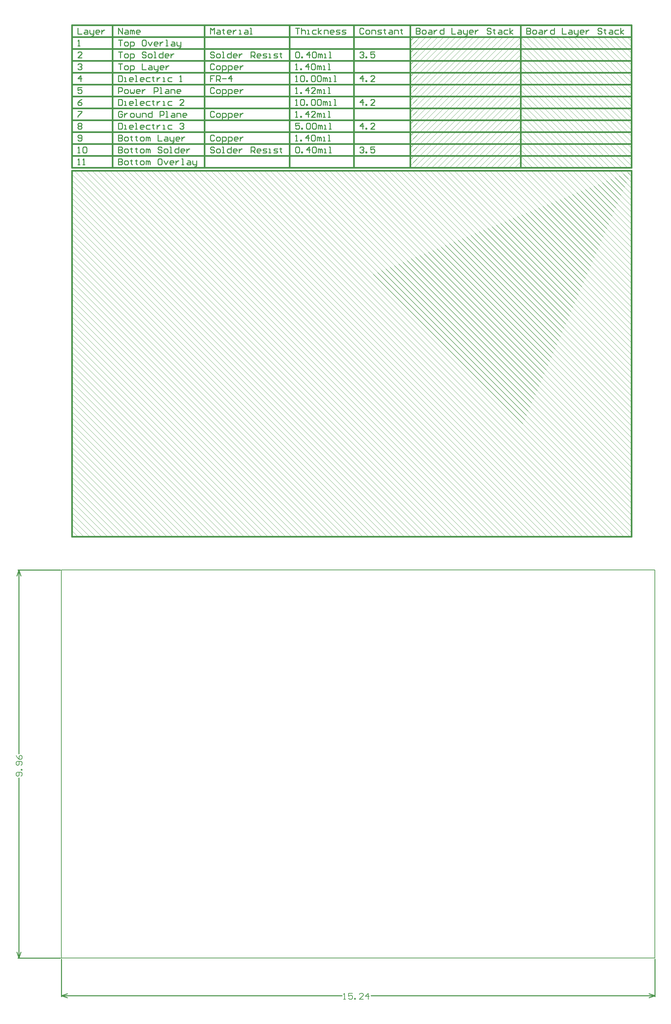
<source format=gm1>
G04 Layer_Color=16711935*
%FSLAX23Y23*%
%MOIN*%
G70*
G01*
G75*
%ADD31C,0.010*%
%ADD34C,0.015*%
%ADD118C,0.001*%
%ADD119C,0.006*%
D31*
X-440Y3920D02*
X-10D01*
X-440Y0D02*
X-10D01*
X-430Y2065D02*
Y3920D01*
Y0D02*
Y1823D01*
X-450Y3860D02*
X-430Y3920D01*
X-410Y3860D01*
X-430Y0D02*
X-410Y60D01*
X-450D02*
X-430Y0D01*
X6000Y-390D02*
Y-10D01*
X0Y-390D02*
Y-10D01*
X3130Y-380D02*
X6000D01*
X0D02*
X2838D01*
X5940Y-360D02*
X6000Y-380D01*
X5940Y-400D02*
X6000Y-380D01*
X0D02*
X60Y-400D01*
X0Y-380D02*
X60Y-360D01*
X4706Y9394D02*
Y9334D01*
X4736D01*
X4746Y9344D01*
Y9354D01*
X4736Y9364D01*
X4706D01*
X4736D01*
X4746Y9374D01*
Y9384D01*
X4736Y9394D01*
X4706D01*
X4776Y9334D02*
X4796D01*
X4806Y9344D01*
Y9364D01*
X4796Y9374D01*
X4776D01*
X4766Y9364D01*
Y9344D01*
X4776Y9334D01*
X4836Y9374D02*
X4856D01*
X4866Y9364D01*
Y9334D01*
X4836D01*
X4826Y9344D01*
X4836Y9354D01*
X4866D01*
X4886Y9374D02*
Y9334D01*
Y9354D01*
X4896Y9364D01*
X4906Y9374D01*
X4916D01*
X4986Y9394D02*
Y9334D01*
X4956D01*
X4946Y9344D01*
Y9364D01*
X4956Y9374D01*
X4986D01*
X5066Y9394D02*
Y9334D01*
X5106D01*
X5136Y9374D02*
X5156D01*
X5166Y9364D01*
Y9334D01*
X5136D01*
X5126Y9344D01*
X5136Y9354D01*
X5166D01*
X5186Y9374D02*
Y9344D01*
X5196Y9334D01*
X5226D01*
Y9324D01*
X5216Y9314D01*
X5206D01*
X5226Y9334D02*
Y9374D01*
X5276Y9334D02*
X5256D01*
X5246Y9344D01*
Y9364D01*
X5256Y9374D01*
X5276D01*
X5286Y9364D01*
Y9354D01*
X5246D01*
X5306Y9374D02*
Y9334D01*
Y9354D01*
X5316Y9364D01*
X5326Y9374D01*
X5336D01*
X5466Y9384D02*
X5456Y9394D01*
X5436D01*
X5426Y9384D01*
Y9374D01*
X5436Y9364D01*
X5456D01*
X5466Y9354D01*
Y9344D01*
X5456Y9334D01*
X5436D01*
X5426Y9344D01*
X5496Y9384D02*
Y9374D01*
X5486D01*
X5506D01*
X5496D01*
Y9344D01*
X5506Y9334D01*
X5546Y9374D02*
X5566D01*
X5576Y9364D01*
Y9334D01*
X5546D01*
X5536Y9344D01*
X5546Y9354D01*
X5576D01*
X5636Y9374D02*
X5606D01*
X5596Y9364D01*
Y9344D01*
X5606Y9334D01*
X5636D01*
X5656D02*
Y9394D01*
Y9354D02*
X5686Y9374D01*
X5656Y9354D02*
X5686Y9334D01*
X3587Y9394D02*
Y9334D01*
X3617D01*
X3627Y9344D01*
Y9354D01*
X3617Y9364D01*
X3587D01*
X3617D01*
X3627Y9374D01*
Y9384D01*
X3617Y9394D01*
X3587D01*
X3657Y9334D02*
X3677D01*
X3687Y9344D01*
Y9364D01*
X3677Y9374D01*
X3657D01*
X3647Y9364D01*
Y9344D01*
X3657Y9334D01*
X3717Y9374D02*
X3737D01*
X3747Y9364D01*
Y9334D01*
X3717D01*
X3707Y9344D01*
X3717Y9354D01*
X3747D01*
X3767Y9374D02*
Y9334D01*
Y9354D01*
X3777Y9364D01*
X3787Y9374D01*
X3797D01*
X3867Y9394D02*
Y9334D01*
X3837D01*
X3827Y9344D01*
Y9364D01*
X3837Y9374D01*
X3867D01*
X3947Y9394D02*
Y9334D01*
X3986D01*
X4016Y9374D02*
X4036D01*
X4046Y9364D01*
Y9334D01*
X4016D01*
X4006Y9344D01*
X4016Y9354D01*
X4046D01*
X4066Y9374D02*
Y9344D01*
X4076Y9334D01*
X4106D01*
Y9324D01*
X4096Y9314D01*
X4086D01*
X4106Y9334D02*
Y9374D01*
X4156Y9334D02*
X4136D01*
X4126Y9344D01*
Y9364D01*
X4136Y9374D01*
X4156D01*
X4166Y9364D01*
Y9354D01*
X4126D01*
X4186Y9374D02*
Y9334D01*
Y9354D01*
X4196Y9364D01*
X4206Y9374D01*
X4216D01*
X4346Y9384D02*
X4336Y9394D01*
X4316D01*
X4306Y9384D01*
Y9374D01*
X4316Y9364D01*
X4336D01*
X4346Y9354D01*
Y9344D01*
X4336Y9334D01*
X4316D01*
X4306Y9344D01*
X4376Y9384D02*
Y9374D01*
X4366D01*
X4386D01*
X4376D01*
Y9344D01*
X4386Y9334D01*
X4426Y9374D02*
X4446D01*
X4456Y9364D01*
Y9334D01*
X4426D01*
X4416Y9344D01*
X4426Y9354D01*
X4456D01*
X4516Y9374D02*
X4486D01*
X4476Y9364D01*
Y9344D01*
X4486Y9334D01*
X4516D01*
X4536D02*
Y9394D01*
Y9354D02*
X4566Y9374D01*
X4536Y9354D02*
X4566Y9334D01*
X3017Y9144D02*
X3027Y9154D01*
X3047D01*
X3057Y9144D01*
Y9134D01*
X3047Y9124D01*
X3037D01*
X3047D01*
X3057Y9114D01*
Y9104D01*
X3047Y9094D01*
X3027D01*
X3017Y9104D01*
X3077Y9094D02*
Y9104D01*
X3087D01*
Y9094D01*
X3077D01*
X3167Y9154D02*
X3127D01*
Y9124D01*
X3147Y9134D01*
X3157D01*
X3167Y9124D01*
Y9104D01*
X3157Y9094D01*
X3137D01*
X3127Y9104D01*
X3047Y8854D02*
Y8914D01*
X3017Y8884D01*
X3057D01*
X3077Y8854D02*
Y8864D01*
X3087D01*
Y8854D01*
X3077D01*
X3167D02*
X3127D01*
X3167Y8894D01*
Y8904D01*
X3157Y8914D01*
X3137D01*
X3127Y8904D01*
X3047Y8614D02*
Y8674D01*
X3017Y8644D01*
X3057D01*
X3077Y8614D02*
Y8624D01*
X3087D01*
Y8614D01*
X3077D01*
X3167D02*
X3127D01*
X3167Y8654D01*
Y8664D01*
X3157Y8674D01*
X3137D01*
X3127Y8664D01*
X3047Y8374D02*
Y8434D01*
X3017Y8404D01*
X3057D01*
X3077Y8374D02*
Y8384D01*
X3087D01*
Y8374D01*
X3077D01*
X3167D02*
X3127D01*
X3167Y8414D01*
Y8424D01*
X3157Y8434D01*
X3137D01*
X3127Y8424D01*
X3017Y8184D02*
X3027Y8194D01*
X3047D01*
X3057Y8184D01*
Y8174D01*
X3047Y8164D01*
X3037D01*
X3047D01*
X3057Y8154D01*
Y8144D01*
X3047Y8134D01*
X3027D01*
X3017Y8144D01*
X3077Y8134D02*
Y8144D01*
X3087D01*
Y8134D01*
X3077D01*
X3167Y8194D02*
X3127D01*
Y8164D01*
X3147Y8174D01*
X3157D01*
X3167Y8164D01*
Y8144D01*
X3157Y8134D01*
X3137D01*
X3127Y8144D01*
X3057Y9384D02*
X3047Y9394D01*
X3027D01*
X3017Y9384D01*
Y9344D01*
X3027Y9334D01*
X3047D01*
X3057Y9344D01*
X3087Y9334D02*
X3107D01*
X3117Y9344D01*
Y9364D01*
X3107Y9374D01*
X3087D01*
X3077Y9364D01*
Y9344D01*
X3087Y9334D01*
X3137D02*
Y9374D01*
X3167D01*
X3177Y9364D01*
Y9334D01*
X3197D02*
X3227D01*
X3237Y9344D01*
X3227Y9354D01*
X3207D01*
X3197Y9364D01*
X3207Y9374D01*
X3237D01*
X3267Y9384D02*
Y9374D01*
X3257D01*
X3277D01*
X3267D01*
Y9344D01*
X3277Y9334D01*
X3317Y9374D02*
X3337D01*
X3347Y9364D01*
Y9334D01*
X3317D01*
X3307Y9344D01*
X3317Y9354D01*
X3347D01*
X3367Y9334D02*
Y9374D01*
X3397D01*
X3407Y9364D01*
Y9334D01*
X3437Y9384D02*
Y9374D01*
X3427D01*
X3447D01*
X3437D01*
Y9344D01*
X3447Y9334D01*
X2367Y9144D02*
X2377Y9154D01*
X2397D01*
X2407Y9144D01*
Y9104D01*
X2397Y9094D01*
X2377D01*
X2367Y9104D01*
Y9144D01*
X2427Y9094D02*
Y9104D01*
X2437D01*
Y9094D01*
X2427D01*
X2507D02*
Y9154D01*
X2477Y9124D01*
X2517D01*
X2537Y9144D02*
X2547Y9154D01*
X2567D01*
X2577Y9144D01*
Y9104D01*
X2567Y9094D01*
X2547D01*
X2537Y9104D01*
Y9144D01*
X2597Y9094D02*
Y9134D01*
X2607D01*
X2617Y9124D01*
Y9094D01*
Y9124D01*
X2627Y9134D01*
X2637Y9124D01*
Y9094D01*
X2657D02*
X2677D01*
X2667D01*
Y9134D01*
X2657D01*
X2707Y9094D02*
X2727D01*
X2717D01*
Y9154D01*
X2707D01*
X2367Y8974D02*
X2387D01*
X2377D01*
Y9034D01*
X2367Y9024D01*
X2417Y8974D02*
Y8984D01*
X2427D01*
Y8974D01*
X2417D01*
X2497D02*
Y9034D01*
X2467Y9004D01*
X2507D01*
X2527Y9024D02*
X2537Y9034D01*
X2557D01*
X2567Y9024D01*
Y8984D01*
X2557Y8974D01*
X2537D01*
X2527Y8984D01*
Y9024D01*
X2587Y8974D02*
Y9014D01*
X2597D01*
X2607Y9004D01*
Y8974D01*
Y9004D01*
X2617Y9014D01*
X2627Y9004D01*
Y8974D01*
X2647D02*
X2667D01*
X2657D01*
Y9014D01*
X2647D01*
X2697Y8974D02*
X2717D01*
X2707D01*
Y9034D01*
X2697D01*
X2367Y8854D02*
X2387D01*
X2377D01*
Y8914D01*
X2367Y8904D01*
X2417D02*
X2427Y8914D01*
X2447D01*
X2457Y8904D01*
Y8864D01*
X2447Y8854D01*
X2427D01*
X2417Y8864D01*
Y8904D01*
X2477Y8854D02*
Y8864D01*
X2487D01*
Y8854D01*
X2477D01*
X2527Y8904D02*
X2537Y8914D01*
X2557D01*
X2567Y8904D01*
Y8864D01*
X2557Y8854D01*
X2537D01*
X2527Y8864D01*
Y8904D01*
X2587D02*
X2597Y8914D01*
X2617D01*
X2627Y8904D01*
Y8864D01*
X2617Y8854D01*
X2597D01*
X2587Y8864D01*
Y8904D01*
X2647Y8854D02*
Y8894D01*
X2657D01*
X2667Y8884D01*
Y8854D01*
Y8884D01*
X2677Y8894D01*
X2687Y8884D01*
Y8854D01*
X2707D02*
X2727D01*
X2717D01*
Y8894D01*
X2707D01*
X2757Y8854D02*
X2777D01*
X2767D01*
Y8914D01*
X2757D01*
X2367Y8734D02*
X2387D01*
X2377D01*
Y8794D01*
X2367Y8784D01*
X2417Y8734D02*
Y8744D01*
X2427D01*
Y8734D01*
X2417D01*
X2497D02*
Y8794D01*
X2467Y8764D01*
X2507D01*
X2567Y8734D02*
X2527D01*
X2567Y8774D01*
Y8784D01*
X2557Y8794D01*
X2537D01*
X2527Y8784D01*
X2587Y8734D02*
Y8774D01*
X2597D01*
X2607Y8764D01*
Y8734D01*
Y8764D01*
X2617Y8774D01*
X2627Y8764D01*
Y8734D01*
X2647D02*
X2667D01*
X2657D01*
Y8774D01*
X2647D01*
X2697Y8734D02*
X2717D01*
X2707D01*
Y8794D01*
X2697D01*
X2367Y8614D02*
X2387D01*
X2377D01*
Y8674D01*
X2367Y8664D01*
X2417D02*
X2427Y8674D01*
X2447D01*
X2457Y8664D01*
Y8624D01*
X2447Y8614D01*
X2427D01*
X2417Y8624D01*
Y8664D01*
X2477Y8614D02*
Y8624D01*
X2487D01*
Y8614D01*
X2477D01*
X2527Y8664D02*
X2537Y8674D01*
X2557D01*
X2567Y8664D01*
Y8624D01*
X2557Y8614D01*
X2537D01*
X2527Y8624D01*
Y8664D01*
X2587D02*
X2597Y8674D01*
X2617D01*
X2627Y8664D01*
Y8624D01*
X2617Y8614D01*
X2597D01*
X2587Y8624D01*
Y8664D01*
X2647Y8614D02*
Y8654D01*
X2657D01*
X2667Y8644D01*
Y8614D01*
Y8644D01*
X2677Y8654D01*
X2687Y8644D01*
Y8614D01*
X2707D02*
X2727D01*
X2717D01*
Y8654D01*
X2707D01*
X2757Y8614D02*
X2777D01*
X2767D01*
Y8674D01*
X2757D01*
X2367Y8494D02*
X2387D01*
X2377D01*
Y8554D01*
X2367Y8544D01*
X2417Y8494D02*
Y8504D01*
X2427D01*
Y8494D01*
X2417D01*
X2497D02*
Y8554D01*
X2467Y8524D01*
X2507D01*
X2567Y8494D02*
X2527D01*
X2567Y8534D01*
Y8544D01*
X2557Y8554D01*
X2537D01*
X2527Y8544D01*
X2587Y8494D02*
Y8534D01*
X2597D01*
X2607Y8524D01*
Y8494D01*
Y8524D01*
X2617Y8534D01*
X2627Y8524D01*
Y8494D01*
X2647D02*
X2667D01*
X2657D01*
Y8534D01*
X2647D01*
X2697Y8494D02*
X2717D01*
X2707D01*
Y8554D01*
X2697D01*
X2407Y8434D02*
X2367D01*
Y8404D01*
X2387Y8414D01*
X2397D01*
X2407Y8404D01*
Y8384D01*
X2397Y8374D01*
X2377D01*
X2367Y8384D01*
X2427Y8374D02*
Y8384D01*
X2437D01*
Y8374D01*
X2427D01*
X2477Y8424D02*
X2487Y8434D01*
X2507D01*
X2517Y8424D01*
Y8384D01*
X2507Y8374D01*
X2487D01*
X2477Y8384D01*
Y8424D01*
X2537D02*
X2547Y8434D01*
X2567D01*
X2577Y8424D01*
Y8384D01*
X2567Y8374D01*
X2547D01*
X2537Y8384D01*
Y8424D01*
X2597Y8374D02*
Y8414D01*
X2607D01*
X2617Y8404D01*
Y8374D01*
Y8404D01*
X2627Y8414D01*
X2637Y8404D01*
Y8374D01*
X2657D02*
X2677D01*
X2667D01*
Y8414D01*
X2657D01*
X2707Y8374D02*
X2727D01*
X2717D01*
Y8434D01*
X2707D01*
X2367Y8254D02*
X2387D01*
X2377D01*
Y8314D01*
X2367Y8304D01*
X2417Y8254D02*
Y8264D01*
X2427D01*
Y8254D01*
X2417D01*
X2497D02*
Y8314D01*
X2467Y8284D01*
X2507D01*
X2527Y8304D02*
X2537Y8314D01*
X2557D01*
X2567Y8304D01*
Y8264D01*
X2557Y8254D01*
X2537D01*
X2527Y8264D01*
Y8304D01*
X2587Y8254D02*
Y8294D01*
X2597D01*
X2607Y8284D01*
Y8254D01*
Y8284D01*
X2617Y8294D01*
X2627Y8284D01*
Y8254D01*
X2647D02*
X2667D01*
X2657D01*
Y8294D01*
X2647D01*
X2697Y8254D02*
X2717D01*
X2707D01*
Y8314D01*
X2697D01*
X2367Y8184D02*
X2377Y8194D01*
X2397D01*
X2407Y8184D01*
Y8144D01*
X2397Y8134D01*
X2377D01*
X2367Y8144D01*
Y8184D01*
X2427Y8134D02*
Y8144D01*
X2437D01*
Y8134D01*
X2427D01*
X2507D02*
Y8194D01*
X2477Y8164D01*
X2517D01*
X2537Y8184D02*
X2547Y8194D01*
X2567D01*
X2577Y8184D01*
Y8144D01*
X2567Y8134D01*
X2547D01*
X2537Y8144D01*
Y8184D01*
X2597Y8134D02*
Y8174D01*
X2607D01*
X2617Y8164D01*
Y8134D01*
Y8164D01*
X2627Y8174D01*
X2637Y8164D01*
Y8134D01*
X2657D02*
X2677D01*
X2667D01*
Y8174D01*
X2657D01*
X2707Y8134D02*
X2727D01*
X2717D01*
Y8194D01*
X2707D01*
X2367Y9394D02*
X2407D01*
X2387D01*
Y9334D01*
X2427Y9394D02*
Y9334D01*
Y9364D01*
X2437Y9374D01*
X2457D01*
X2467Y9364D01*
Y9334D01*
X2487D02*
X2507D01*
X2497D01*
Y9374D01*
X2487D01*
X2577D02*
X2547D01*
X2537Y9364D01*
Y9344D01*
X2547Y9334D01*
X2577D01*
X2597D02*
Y9394D01*
Y9354D02*
X2627Y9374D01*
X2597Y9354D02*
X2627Y9334D01*
X2657D02*
Y9374D01*
X2687D01*
X2697Y9364D01*
Y9334D01*
X2747D02*
X2727D01*
X2717Y9344D01*
Y9364D01*
X2727Y9374D01*
X2747D01*
X2757Y9364D01*
Y9354D01*
X2717D01*
X2777Y9334D02*
X2807D01*
X2817Y9344D01*
X2807Y9354D01*
X2787D01*
X2777Y9364D01*
X2787Y9374D01*
X2817D01*
X2837Y9334D02*
X2867D01*
X2877Y9344D01*
X2867Y9354D01*
X2847D01*
X2837Y9364D01*
X2847Y9374D01*
X2877D01*
X1547Y9144D02*
X1537Y9154D01*
X1517D01*
X1507Y9144D01*
Y9134D01*
X1517Y9124D01*
X1537D01*
X1547Y9114D01*
Y9104D01*
X1537Y9094D01*
X1517D01*
X1507Y9104D01*
X1577Y9094D02*
X1597D01*
X1607Y9104D01*
Y9124D01*
X1597Y9134D01*
X1577D01*
X1567Y9124D01*
Y9104D01*
X1577Y9094D01*
X1627D02*
X1647D01*
X1637D01*
Y9154D01*
X1627D01*
X1717D02*
Y9094D01*
X1687D01*
X1677Y9104D01*
Y9124D01*
X1687Y9134D01*
X1717D01*
X1767Y9094D02*
X1747D01*
X1737Y9104D01*
Y9124D01*
X1747Y9134D01*
X1767D01*
X1777Y9124D01*
Y9114D01*
X1737D01*
X1797Y9134D02*
Y9094D01*
Y9114D01*
X1807Y9124D01*
X1817Y9134D01*
X1827D01*
X1917Y9094D02*
Y9154D01*
X1947D01*
X1957Y9144D01*
Y9124D01*
X1947Y9114D01*
X1917D01*
X1937D02*
X1957Y9094D01*
X2007D02*
X1987D01*
X1977Y9104D01*
Y9124D01*
X1987Y9134D01*
X2007D01*
X2017Y9124D01*
Y9114D01*
X1977D01*
X2037Y9094D02*
X2067D01*
X2077Y9104D01*
X2067Y9114D01*
X2047D01*
X2037Y9124D01*
X2047Y9134D01*
X2077D01*
X2097Y9094D02*
X2117D01*
X2107D01*
Y9134D01*
X2097D01*
X2147Y9094D02*
X2177D01*
X2187Y9104D01*
X2177Y9114D01*
X2157D01*
X2147Y9124D01*
X2157Y9134D01*
X2187D01*
X2217Y9144D02*
Y9134D01*
X2207D01*
X2227D01*
X2217D01*
Y9104D01*
X2227Y9094D01*
X1547Y9024D02*
X1537Y9034D01*
X1517D01*
X1507Y9024D01*
Y8984D01*
X1517Y8974D01*
X1537D01*
X1547Y8984D01*
X1577Y8974D02*
X1597D01*
X1607Y8984D01*
Y9004D01*
X1597Y9014D01*
X1577D01*
X1567Y9004D01*
Y8984D01*
X1577Y8974D01*
X1627Y8954D02*
Y9014D01*
X1657D01*
X1667Y9004D01*
Y8984D01*
X1657Y8974D01*
X1627D01*
X1687Y8954D02*
Y9014D01*
X1717D01*
X1727Y9004D01*
Y8984D01*
X1717Y8974D01*
X1687D01*
X1777D02*
X1757D01*
X1747Y8984D01*
Y9004D01*
X1757Y9014D01*
X1777D01*
X1787Y9004D01*
Y8994D01*
X1747D01*
X1807Y9014D02*
Y8974D01*
Y8994D01*
X1817Y9004D01*
X1827Y9014D01*
X1837D01*
X1547Y8914D02*
X1507D01*
Y8884D01*
X1527D01*
X1507D01*
Y8854D01*
X1567D02*
Y8914D01*
X1597D01*
X1607Y8904D01*
Y8884D01*
X1597Y8874D01*
X1567D01*
X1587D02*
X1607Y8854D01*
X1627Y8884D02*
X1667D01*
X1717Y8854D02*
Y8914D01*
X1687Y8884D01*
X1727D01*
X1547Y8784D02*
X1537Y8794D01*
X1517D01*
X1507Y8784D01*
Y8744D01*
X1517Y8734D01*
X1537D01*
X1547Y8744D01*
X1577Y8734D02*
X1597D01*
X1607Y8744D01*
Y8764D01*
X1597Y8774D01*
X1577D01*
X1567Y8764D01*
Y8744D01*
X1577Y8734D01*
X1627Y8714D02*
Y8774D01*
X1657D01*
X1667Y8764D01*
Y8744D01*
X1657Y8734D01*
X1627D01*
X1687Y8714D02*
Y8774D01*
X1717D01*
X1727Y8764D01*
Y8744D01*
X1717Y8734D01*
X1687D01*
X1777D02*
X1757D01*
X1747Y8744D01*
Y8764D01*
X1757Y8774D01*
X1777D01*
X1787Y8764D01*
Y8754D01*
X1747D01*
X1807Y8774D02*
Y8734D01*
Y8754D01*
X1817Y8764D01*
X1827Y8774D01*
X1837D01*
X1547Y8544D02*
X1537Y8554D01*
X1517D01*
X1507Y8544D01*
Y8504D01*
X1517Y8494D01*
X1537D01*
X1547Y8504D01*
X1577Y8494D02*
X1597D01*
X1607Y8504D01*
Y8524D01*
X1597Y8534D01*
X1577D01*
X1567Y8524D01*
Y8504D01*
X1577Y8494D01*
X1627Y8474D02*
Y8534D01*
X1657D01*
X1667Y8524D01*
Y8504D01*
X1657Y8494D01*
X1627D01*
X1687Y8474D02*
Y8534D01*
X1717D01*
X1727Y8524D01*
Y8504D01*
X1717Y8494D01*
X1687D01*
X1777D02*
X1757D01*
X1747Y8504D01*
Y8524D01*
X1757Y8534D01*
X1777D01*
X1787Y8524D01*
Y8514D01*
X1747D01*
X1807Y8534D02*
Y8494D01*
Y8514D01*
X1817Y8524D01*
X1827Y8534D01*
X1837D01*
X1547Y8304D02*
X1537Y8314D01*
X1517D01*
X1507Y8304D01*
Y8264D01*
X1517Y8254D01*
X1537D01*
X1547Y8264D01*
X1577Y8254D02*
X1597D01*
X1607Y8264D01*
Y8284D01*
X1597Y8294D01*
X1577D01*
X1567Y8284D01*
Y8264D01*
X1577Y8254D01*
X1627Y8234D02*
Y8294D01*
X1657D01*
X1667Y8284D01*
Y8264D01*
X1657Y8254D01*
X1627D01*
X1687Y8234D02*
Y8294D01*
X1717D01*
X1727Y8284D01*
Y8264D01*
X1717Y8254D01*
X1687D01*
X1777D02*
X1757D01*
X1747Y8264D01*
Y8284D01*
X1757Y8294D01*
X1777D01*
X1787Y8284D01*
Y8274D01*
X1747D01*
X1807Y8294D02*
Y8254D01*
Y8274D01*
X1817Y8284D01*
X1827Y8294D01*
X1837D01*
X1547Y8184D02*
X1537Y8194D01*
X1517D01*
X1507Y8184D01*
Y8174D01*
X1517Y8164D01*
X1537D01*
X1547Y8154D01*
Y8144D01*
X1537Y8134D01*
X1517D01*
X1507Y8144D01*
X1577Y8134D02*
X1597D01*
X1607Y8144D01*
Y8164D01*
X1597Y8174D01*
X1577D01*
X1567Y8164D01*
Y8144D01*
X1577Y8134D01*
X1627D02*
X1647D01*
X1637D01*
Y8194D01*
X1627D01*
X1717D02*
Y8134D01*
X1687D01*
X1677Y8144D01*
Y8164D01*
X1687Y8174D01*
X1717D01*
X1767Y8134D02*
X1747D01*
X1737Y8144D01*
Y8164D01*
X1747Y8174D01*
X1767D01*
X1777Y8164D01*
Y8154D01*
X1737D01*
X1797Y8174D02*
Y8134D01*
Y8154D01*
X1807Y8164D01*
X1817Y8174D01*
X1827D01*
X1917Y8134D02*
Y8194D01*
X1947D01*
X1957Y8184D01*
Y8164D01*
X1947Y8154D01*
X1917D01*
X1937D02*
X1957Y8134D01*
X2007D02*
X1987D01*
X1977Y8144D01*
Y8164D01*
X1987Y8174D01*
X2007D01*
X2017Y8164D01*
Y8154D01*
X1977D01*
X2037Y8134D02*
X2067D01*
X2077Y8144D01*
X2067Y8154D01*
X2047D01*
X2037Y8164D01*
X2047Y8174D01*
X2077D01*
X2097Y8134D02*
X2117D01*
X2107D01*
Y8174D01*
X2097D01*
X2147Y8134D02*
X2177D01*
X2187Y8144D01*
X2177Y8154D01*
X2157D01*
X2147Y8164D01*
X2157Y8174D01*
X2187D01*
X2217Y8184D02*
Y8174D01*
X2207D01*
X2227D01*
X2217D01*
Y8144D01*
X2227Y8134D01*
X1507Y9334D02*
Y9394D01*
X1527Y9374D01*
X1547Y9394D01*
Y9334D01*
X1577Y9374D02*
X1597D01*
X1607Y9364D01*
Y9334D01*
X1577D01*
X1567Y9344D01*
X1577Y9354D01*
X1607D01*
X1637Y9384D02*
Y9374D01*
X1627D01*
X1647D01*
X1637D01*
Y9344D01*
X1647Y9334D01*
X1707D02*
X1687D01*
X1677Y9344D01*
Y9364D01*
X1687Y9374D01*
X1707D01*
X1717Y9364D01*
Y9354D01*
X1677D01*
X1737Y9374D02*
Y9334D01*
Y9354D01*
X1747Y9364D01*
X1757Y9374D01*
X1767D01*
X1797Y9334D02*
X1817D01*
X1807D01*
Y9374D01*
X1797D01*
X1857D02*
X1877D01*
X1887Y9364D01*
Y9334D01*
X1857D01*
X1847Y9344D01*
X1857Y9354D01*
X1887D01*
X1907Y9334D02*
X1927D01*
X1917D01*
Y9394D01*
X1907D01*
X577Y9274D02*
X617D01*
X597D01*
Y9214D01*
X647D02*
X667D01*
X677Y9224D01*
Y9244D01*
X667Y9254D01*
X647D01*
X637Y9244D01*
Y9224D01*
X647Y9214D01*
X697Y9194D02*
Y9254D01*
X727D01*
X737Y9244D01*
Y9224D01*
X727Y9214D01*
X697D01*
X847Y9274D02*
X827D01*
X817Y9264D01*
Y9224D01*
X827Y9214D01*
X847D01*
X857Y9224D01*
Y9264D01*
X847Y9274D01*
X877Y9254D02*
X897Y9214D01*
X917Y9254D01*
X967Y9214D02*
X947D01*
X937Y9224D01*
Y9244D01*
X947Y9254D01*
X967D01*
X977Y9244D01*
Y9234D01*
X937D01*
X997Y9254D02*
Y9214D01*
Y9234D01*
X1007Y9244D01*
X1017Y9254D01*
X1027D01*
X1057Y9214D02*
X1077D01*
X1067D01*
Y9274D01*
X1057D01*
X1117Y9254D02*
X1137D01*
X1147Y9244D01*
Y9214D01*
X1117D01*
X1107Y9224D01*
X1117Y9234D01*
X1147D01*
X1167Y9254D02*
Y9224D01*
X1177Y9214D01*
X1207D01*
Y9204D01*
X1197Y9194D01*
X1187D01*
X1207Y9214D02*
Y9254D01*
X577Y9154D02*
X617D01*
X597D01*
Y9094D01*
X647D02*
X667D01*
X677Y9104D01*
Y9124D01*
X667Y9134D01*
X647D01*
X637Y9124D01*
Y9104D01*
X647Y9094D01*
X697Y9074D02*
Y9134D01*
X727D01*
X737Y9124D01*
Y9104D01*
X727Y9094D01*
X697D01*
X857Y9144D02*
X847Y9154D01*
X827D01*
X817Y9144D01*
Y9134D01*
X827Y9124D01*
X847D01*
X857Y9114D01*
Y9104D01*
X847Y9094D01*
X827D01*
X817Y9104D01*
X887Y9094D02*
X907D01*
X917Y9104D01*
Y9124D01*
X907Y9134D01*
X887D01*
X877Y9124D01*
Y9104D01*
X887Y9094D01*
X937D02*
X957D01*
X947D01*
Y9154D01*
X937D01*
X1027D02*
Y9094D01*
X997D01*
X987Y9104D01*
Y9124D01*
X997Y9134D01*
X1027D01*
X1077Y9094D02*
X1057D01*
X1047Y9104D01*
Y9124D01*
X1057Y9134D01*
X1077D01*
X1087Y9124D01*
Y9114D01*
X1047D01*
X1107Y9134D02*
Y9094D01*
Y9114D01*
X1117Y9124D01*
X1127Y9134D01*
X1137D01*
X577Y9034D02*
X617D01*
X597D01*
Y8974D01*
X647D02*
X667D01*
X677Y8984D01*
Y9004D01*
X667Y9014D01*
X647D01*
X637Y9004D01*
Y8984D01*
X647Y8974D01*
X697Y8954D02*
Y9014D01*
X727D01*
X737Y9004D01*
Y8984D01*
X727Y8974D01*
X697D01*
X817Y9034D02*
Y8974D01*
X857D01*
X887Y9014D02*
X907D01*
X917Y9004D01*
Y8974D01*
X887D01*
X877Y8984D01*
X887Y8994D01*
X917D01*
X937Y9014D02*
Y8984D01*
X947Y8974D01*
X977D01*
Y8964D01*
X967Y8954D01*
X957D01*
X977Y8974D02*
Y9014D01*
X1027Y8974D02*
X1007D01*
X997Y8984D01*
Y9004D01*
X1007Y9014D01*
X1027D01*
X1037Y9004D01*
Y8994D01*
X997D01*
X1057Y9014D02*
Y8974D01*
Y8994D01*
X1067Y9004D01*
X1077Y9014D01*
X1087D01*
X577Y8914D02*
Y8854D01*
X607D01*
X617Y8864D01*
Y8904D01*
X607Y8914D01*
X577D01*
X637Y8854D02*
X657D01*
X647D01*
Y8894D01*
X637D01*
X717Y8854D02*
X697D01*
X687Y8864D01*
Y8884D01*
X697Y8894D01*
X717D01*
X727Y8884D01*
Y8874D01*
X687D01*
X747Y8854D02*
X767D01*
X757D01*
Y8914D01*
X747D01*
X827Y8854D02*
X807D01*
X797Y8864D01*
Y8884D01*
X807Y8894D01*
X827D01*
X837Y8884D01*
Y8874D01*
X797D01*
X897Y8894D02*
X867D01*
X857Y8884D01*
Y8864D01*
X867Y8854D01*
X897D01*
X927Y8904D02*
Y8894D01*
X917D01*
X937D01*
X927D01*
Y8864D01*
X937Y8854D01*
X967Y8894D02*
Y8854D01*
Y8874D01*
X977Y8884D01*
X987Y8894D01*
X997D01*
X1027Y8854D02*
X1047D01*
X1037D01*
Y8894D01*
X1027D01*
X1117D02*
X1087D01*
X1077Y8884D01*
Y8864D01*
X1087Y8854D01*
X1117D01*
X1197D02*
X1217D01*
X1207D01*
Y8914D01*
X1197Y8904D01*
X577Y8734D02*
Y8794D01*
X607D01*
X617Y8784D01*
Y8764D01*
X607Y8754D01*
X577D01*
X647Y8734D02*
X667D01*
X677Y8744D01*
Y8764D01*
X667Y8774D01*
X647D01*
X637Y8764D01*
Y8744D01*
X647Y8734D01*
X697Y8774D02*
Y8744D01*
X707Y8734D01*
X717Y8744D01*
X727Y8734D01*
X737Y8744D01*
Y8774D01*
X787Y8734D02*
X767D01*
X757Y8744D01*
Y8764D01*
X767Y8774D01*
X787D01*
X797Y8764D01*
Y8754D01*
X757D01*
X817Y8774D02*
Y8734D01*
Y8754D01*
X827Y8764D01*
X837Y8774D01*
X847D01*
X937Y8734D02*
Y8794D01*
X967D01*
X977Y8784D01*
Y8764D01*
X967Y8754D01*
X937D01*
X997Y8734D02*
X1017D01*
X1007D01*
Y8794D01*
X997D01*
X1057Y8774D02*
X1077D01*
X1087Y8764D01*
Y8734D01*
X1057D01*
X1047Y8744D01*
X1057Y8754D01*
X1087D01*
X1107Y8734D02*
Y8774D01*
X1137D01*
X1147Y8764D01*
Y8734D01*
X1197D02*
X1177D01*
X1167Y8744D01*
Y8764D01*
X1177Y8774D01*
X1197D01*
X1207Y8764D01*
Y8754D01*
X1167D01*
X577Y8674D02*
Y8614D01*
X607D01*
X617Y8624D01*
Y8664D01*
X607Y8674D01*
X577D01*
X637Y8614D02*
X657D01*
X647D01*
Y8654D01*
X637D01*
X717Y8614D02*
X697D01*
X687Y8624D01*
Y8644D01*
X697Y8654D01*
X717D01*
X727Y8644D01*
Y8634D01*
X687D01*
X747Y8614D02*
X767D01*
X757D01*
Y8674D01*
X747D01*
X827Y8614D02*
X807D01*
X797Y8624D01*
Y8644D01*
X807Y8654D01*
X827D01*
X837Y8644D01*
Y8634D01*
X797D01*
X897Y8654D02*
X867D01*
X857Y8644D01*
Y8624D01*
X867Y8614D01*
X897D01*
X927Y8664D02*
Y8654D01*
X917D01*
X937D01*
X927D01*
Y8624D01*
X937Y8614D01*
X967Y8654D02*
Y8614D01*
Y8634D01*
X977Y8644D01*
X987Y8654D01*
X997D01*
X1027Y8614D02*
X1047D01*
X1037D01*
Y8654D01*
X1027D01*
X1117D02*
X1087D01*
X1077Y8644D01*
Y8624D01*
X1087Y8614D01*
X1117D01*
X1237D02*
X1197D01*
X1237Y8654D01*
Y8664D01*
X1227Y8674D01*
X1207D01*
X1197Y8664D01*
X617Y8544D02*
X607Y8554D01*
X587D01*
X577Y8544D01*
Y8504D01*
X587Y8494D01*
X607D01*
X617Y8504D01*
Y8524D01*
X597D01*
X637Y8534D02*
Y8494D01*
Y8514D01*
X647Y8524D01*
X657Y8534D01*
X667D01*
X707Y8494D02*
X727D01*
X737Y8504D01*
Y8524D01*
X727Y8534D01*
X707D01*
X697Y8524D01*
Y8504D01*
X707Y8494D01*
X757Y8534D02*
Y8504D01*
X767Y8494D01*
X797D01*
Y8534D01*
X817Y8494D02*
Y8534D01*
X847D01*
X857Y8524D01*
Y8494D01*
X917Y8554D02*
Y8494D01*
X887D01*
X877Y8504D01*
Y8524D01*
X887Y8534D01*
X917D01*
X997Y8494D02*
Y8554D01*
X1027D01*
X1037Y8544D01*
Y8524D01*
X1027Y8514D01*
X997D01*
X1057Y8494D02*
X1077D01*
X1067D01*
Y8554D01*
X1057D01*
X1117Y8534D02*
X1137D01*
X1147Y8524D01*
Y8494D01*
X1117D01*
X1107Y8504D01*
X1117Y8514D01*
X1147D01*
X1167Y8494D02*
Y8534D01*
X1197D01*
X1207Y8524D01*
Y8494D01*
X1257D02*
X1237D01*
X1227Y8504D01*
Y8524D01*
X1237Y8534D01*
X1257D01*
X1267Y8524D01*
Y8514D01*
X1227D01*
X577Y8434D02*
Y8374D01*
X607D01*
X617Y8384D01*
Y8424D01*
X607Y8434D01*
X577D01*
X637Y8374D02*
X657D01*
X647D01*
Y8414D01*
X637D01*
X717Y8374D02*
X697D01*
X687Y8384D01*
Y8404D01*
X697Y8414D01*
X717D01*
X727Y8404D01*
Y8394D01*
X687D01*
X747Y8374D02*
X767D01*
X757D01*
Y8434D01*
X747D01*
X827Y8374D02*
X807D01*
X797Y8384D01*
Y8404D01*
X807Y8414D01*
X827D01*
X837Y8404D01*
Y8394D01*
X797D01*
X897Y8414D02*
X867D01*
X857Y8404D01*
Y8384D01*
X867Y8374D01*
X897D01*
X927Y8424D02*
Y8414D01*
X917D01*
X937D01*
X927D01*
Y8384D01*
X937Y8374D01*
X967Y8414D02*
Y8374D01*
Y8394D01*
X977Y8404D01*
X987Y8414D01*
X997D01*
X1027Y8374D02*
X1047D01*
X1037D01*
Y8414D01*
X1027D01*
X1117D02*
X1087D01*
X1077Y8404D01*
Y8384D01*
X1087Y8374D01*
X1117D01*
X1197Y8424D02*
X1207Y8434D01*
X1227D01*
X1237Y8424D01*
Y8414D01*
X1227Y8404D01*
X1217D01*
X1227D01*
X1237Y8394D01*
Y8384D01*
X1227Y8374D01*
X1207D01*
X1197Y8384D01*
X577Y8314D02*
Y8254D01*
X607D01*
X617Y8264D01*
Y8274D01*
X607Y8284D01*
X577D01*
X607D01*
X617Y8294D01*
Y8304D01*
X607Y8314D01*
X577D01*
X647Y8254D02*
X667D01*
X677Y8264D01*
Y8284D01*
X667Y8294D01*
X647D01*
X637Y8284D01*
Y8264D01*
X647Y8254D01*
X707Y8304D02*
Y8294D01*
X697D01*
X717D01*
X707D01*
Y8264D01*
X717Y8254D01*
X757Y8304D02*
Y8294D01*
X747D01*
X767D01*
X757D01*
Y8264D01*
X767Y8254D01*
X807D02*
X827D01*
X837Y8264D01*
Y8284D01*
X827Y8294D01*
X807D01*
X797Y8284D01*
Y8264D01*
X807Y8254D01*
X857D02*
Y8294D01*
X867D01*
X877Y8284D01*
Y8254D01*
Y8284D01*
X887Y8294D01*
X897Y8284D01*
Y8254D01*
X977Y8314D02*
Y8254D01*
X1017D01*
X1047Y8294D02*
X1067D01*
X1077Y8284D01*
Y8254D01*
X1047D01*
X1037Y8264D01*
X1047Y8274D01*
X1077D01*
X1097Y8294D02*
Y8264D01*
X1107Y8254D01*
X1137D01*
Y8244D01*
X1127Y8234D01*
X1117D01*
X1137Y8254D02*
Y8294D01*
X1187Y8254D02*
X1167D01*
X1157Y8264D01*
Y8284D01*
X1167Y8294D01*
X1187D01*
X1197Y8284D01*
Y8274D01*
X1157D01*
X1217Y8294D02*
Y8254D01*
Y8274D01*
X1227Y8284D01*
X1237Y8294D01*
X1247D01*
X577Y8194D02*
Y8134D01*
X607D01*
X617Y8144D01*
Y8154D01*
X607Y8164D01*
X577D01*
X607D01*
X617Y8174D01*
Y8184D01*
X607Y8194D01*
X577D01*
X647Y8134D02*
X667D01*
X677Y8144D01*
Y8164D01*
X667Y8174D01*
X647D01*
X637Y8164D01*
Y8144D01*
X647Y8134D01*
X707Y8184D02*
Y8174D01*
X697D01*
X717D01*
X707D01*
Y8144D01*
X717Y8134D01*
X757Y8184D02*
Y8174D01*
X747D01*
X767D01*
X757D01*
Y8144D01*
X767Y8134D01*
X807D02*
X827D01*
X837Y8144D01*
Y8164D01*
X827Y8174D01*
X807D01*
X797Y8164D01*
Y8144D01*
X807Y8134D01*
X857D02*
Y8174D01*
X867D01*
X877Y8164D01*
Y8134D01*
Y8164D01*
X887Y8174D01*
X897Y8164D01*
Y8134D01*
X1017Y8184D02*
X1007Y8194D01*
X987D01*
X977Y8184D01*
Y8174D01*
X987Y8164D01*
X1007D01*
X1017Y8154D01*
Y8144D01*
X1007Y8134D01*
X987D01*
X977Y8144D01*
X1047Y8134D02*
X1067D01*
X1077Y8144D01*
Y8164D01*
X1067Y8174D01*
X1047D01*
X1037Y8164D01*
Y8144D01*
X1047Y8134D01*
X1097D02*
X1117D01*
X1107D01*
Y8194D01*
X1097D01*
X1187D02*
Y8134D01*
X1157D01*
X1147Y8144D01*
Y8164D01*
X1157Y8174D01*
X1187D01*
X1237Y8134D02*
X1217D01*
X1207Y8144D01*
Y8164D01*
X1217Y8174D01*
X1237D01*
X1247Y8164D01*
Y8154D01*
X1207D01*
X1267Y8174D02*
Y8134D01*
Y8154D01*
X1277Y8164D01*
X1287Y8174D01*
X1297D01*
X577Y8074D02*
Y8014D01*
X607D01*
X617Y8024D01*
Y8034D01*
X607Y8044D01*
X577D01*
X607D01*
X617Y8054D01*
Y8064D01*
X607Y8074D01*
X577D01*
X647Y8014D02*
X667D01*
X677Y8024D01*
Y8044D01*
X667Y8054D01*
X647D01*
X637Y8044D01*
Y8024D01*
X647Y8014D01*
X707Y8064D02*
Y8054D01*
X697D01*
X717D01*
X707D01*
Y8024D01*
X717Y8014D01*
X757Y8064D02*
Y8054D01*
X747D01*
X767D01*
X757D01*
Y8024D01*
X767Y8014D01*
X807D02*
X827D01*
X837Y8024D01*
Y8044D01*
X827Y8054D01*
X807D01*
X797Y8044D01*
Y8024D01*
X807Y8014D01*
X857D02*
Y8054D01*
X867D01*
X877Y8044D01*
Y8014D01*
Y8044D01*
X887Y8054D01*
X897Y8044D01*
Y8014D01*
X1007Y8074D02*
X987D01*
X977Y8064D01*
Y8024D01*
X987Y8014D01*
X1007D01*
X1017Y8024D01*
Y8064D01*
X1007Y8074D01*
X1037Y8054D02*
X1057Y8014D01*
X1077Y8054D01*
X1127Y8014D02*
X1107D01*
X1097Y8024D01*
Y8044D01*
X1107Y8054D01*
X1127D01*
X1137Y8044D01*
Y8034D01*
X1097D01*
X1157Y8054D02*
Y8014D01*
Y8034D01*
X1167Y8044D01*
X1177Y8054D01*
X1187D01*
X1217Y8014D02*
X1237D01*
X1227D01*
Y8074D01*
X1217D01*
X1277Y8054D02*
X1297D01*
X1307Y8044D01*
Y8014D01*
X1277D01*
X1267Y8024D01*
X1277Y8034D01*
X1307D01*
X1327Y8054D02*
Y8024D01*
X1337Y8014D01*
X1367D01*
Y8004D01*
X1357Y7994D01*
X1347D01*
X1367Y8014D02*
Y8054D01*
X577Y9334D02*
Y9394D01*
X617Y9334D01*
Y9394D01*
X647Y9374D02*
X667D01*
X677Y9364D01*
Y9334D01*
X647D01*
X637Y9344D01*
X647Y9354D01*
X677D01*
X697Y9334D02*
Y9374D01*
X707D01*
X717Y9364D01*
Y9334D01*
Y9364D01*
X727Y9374D01*
X737Y9364D01*
Y9334D01*
X787D02*
X767D01*
X757Y9344D01*
Y9364D01*
X767Y9374D01*
X787D01*
X797Y9364D01*
Y9354D01*
X757D01*
X168Y9214D02*
X187D01*
X177D01*
Y9274D01*
X168Y9264D01*
X207Y9094D02*
X168D01*
X207Y9134D01*
Y9144D01*
X197Y9154D01*
X177D01*
X168Y9144D01*
Y9024D02*
X177Y9034D01*
X197D01*
X207Y9024D01*
Y9014D01*
X197Y9004D01*
X187D01*
X197D01*
X207Y8994D01*
Y8984D01*
X197Y8974D01*
X177D01*
X168Y8984D01*
X197Y8854D02*
Y8914D01*
X168Y8884D01*
X207D01*
Y8794D02*
X168D01*
Y8764D01*
X187Y8774D01*
X197D01*
X207Y8764D01*
Y8744D01*
X197Y8734D01*
X177D01*
X168Y8744D01*
X207Y8674D02*
X187Y8664D01*
X168Y8644D01*
Y8624D01*
X177Y8614D01*
X197D01*
X207Y8624D01*
Y8634D01*
X197Y8644D01*
X168D01*
Y8554D02*
X207D01*
Y8544D01*
X168Y8504D01*
Y8494D01*
Y8424D02*
X177Y8434D01*
X197D01*
X207Y8424D01*
Y8414D01*
X197Y8404D01*
X207Y8394D01*
Y8384D01*
X197Y8374D01*
X177D01*
X168Y8384D01*
Y8394D01*
X177Y8404D01*
X168Y8414D01*
Y8424D01*
X177Y8404D02*
X197D01*
X168Y8264D02*
X177Y8254D01*
X197D01*
X207Y8264D01*
Y8304D01*
X197Y8314D01*
X177D01*
X168Y8304D01*
Y8294D01*
X177Y8284D01*
X207D01*
X168Y8134D02*
X187D01*
X177D01*
Y8194D01*
X168Y8184D01*
X217D02*
X227Y8194D01*
X247D01*
X257Y8184D01*
Y8144D01*
X247Y8134D01*
X227D01*
X217Y8144D01*
Y8184D01*
X168Y8014D02*
X187D01*
X177D01*
Y8074D01*
X168Y8064D01*
X217Y8014D02*
X237D01*
X227D01*
Y8074D01*
X217Y8064D01*
X168Y9394D02*
Y9334D01*
X207D01*
X237Y9374D02*
X257D01*
X267Y9364D01*
Y9334D01*
X237D01*
X227Y9344D01*
X237Y9354D01*
X267D01*
X287Y9374D02*
Y9344D01*
X297Y9334D01*
X327D01*
Y9324D01*
X317Y9314D01*
X307D01*
X327Y9334D02*
Y9374D01*
X377Y9334D02*
X357D01*
X347Y9344D01*
Y9364D01*
X357Y9374D01*
X377D01*
X387Y9364D01*
Y9354D01*
X347D01*
X407Y9374D02*
Y9334D01*
Y9354D01*
X417Y9364D01*
X427Y9374D01*
X437D01*
D34*
X108Y4258D02*
X5766D01*
Y7954D01*
X108D02*
X5766D01*
X108Y4258D02*
Y7954D01*
X5766Y7984D02*
Y9424D01*
X4646Y9184D02*
X5766D01*
X4646Y9064D02*
X5766D01*
X4646Y8944D02*
X5766D01*
X4646Y8824D02*
X5766D01*
X4646Y8704D02*
X5766D01*
X4646Y8584D02*
X5766D01*
X4646Y8464D02*
X5766D01*
X4646Y8344D02*
X5766D01*
X4646Y8224D02*
X5766D01*
X4646Y8104D02*
X5766D01*
X4646Y7984D02*
X5766D01*
X4646D02*
Y9424D01*
X3527Y9184D02*
X4646D01*
X3527Y9064D02*
X4646D01*
X3527Y8944D02*
X4646D01*
X3527Y8824D02*
X4646D01*
X3527Y8704D02*
X4646D01*
X3527Y8584D02*
X4646D01*
X3527Y8464D02*
X4646D01*
X3527Y8344D02*
X4646D01*
X3527Y8224D02*
X4646D01*
X3527Y8104D02*
X4646D01*
X3527Y7984D02*
X4646D01*
X3527D02*
Y9424D01*
X2957Y9184D02*
X3527D01*
X2957Y9064D02*
X3527D01*
X2957Y8944D02*
X3527D01*
X2957Y8824D02*
X3527D01*
X2957Y8704D02*
X3527D01*
X2957Y8584D02*
X3527D01*
X2957Y8464D02*
X3527D01*
X2957Y8344D02*
X3527D01*
X2957Y8224D02*
X3527D01*
X2957Y8104D02*
X3527D01*
X2957Y7984D02*
X3527D01*
X2957D02*
Y9424D01*
X2307Y9184D02*
X2957D01*
X2307Y9064D02*
X2957D01*
X2307Y8944D02*
X2957D01*
X2307Y8824D02*
X2957D01*
X2307Y8704D02*
X2957D01*
X2307Y8584D02*
X2957D01*
X2307Y8464D02*
X2957D01*
X2307Y8344D02*
X2957D01*
X2307Y8224D02*
X2957D01*
X2307Y8104D02*
X2957D01*
X2307Y7984D02*
X2957D01*
X2307D02*
Y9424D01*
X1447Y9184D02*
X2307D01*
X1447Y9064D02*
X2307D01*
X1447Y8944D02*
X2307D01*
X1447Y8824D02*
X2307D01*
X1447Y8704D02*
X2307D01*
X1447Y8584D02*
X2307D01*
X1447Y8464D02*
X2307D01*
X1447Y8344D02*
X2307D01*
X1447Y8224D02*
X2307D01*
X1447Y8104D02*
X2307D01*
X1447Y7984D02*
X2307D01*
X1447D02*
Y9424D01*
X517Y9184D02*
X1447D01*
X517Y9064D02*
X1447D01*
X517Y8944D02*
X1447D01*
X517Y8824D02*
X1447D01*
X517Y8704D02*
X1447D01*
X517Y8584D02*
X1447D01*
X517Y8464D02*
X1447D01*
X517Y8344D02*
X1447D01*
X517Y8224D02*
X1447D01*
X517Y8104D02*
X1447D01*
X517Y7984D02*
X1447D01*
X517D02*
Y9424D01*
X108Y9184D02*
X517D01*
X108Y9064D02*
X517D01*
X108Y8944D02*
X517D01*
X108Y8824D02*
X517D01*
X108Y8704D02*
X517D01*
X108Y8584D02*
X517D01*
X108Y8464D02*
X517D01*
X108Y8344D02*
X517D01*
X108Y8224D02*
X517D01*
X108Y8104D02*
X517D01*
X108Y7984D02*
X517D01*
X108D02*
Y9424D01*
X5766D01*
X108Y9304D02*
X5766D01*
D118*
X5710Y7955D02*
X5766Y7899D01*
X5650Y7955D02*
X5766Y7839D01*
X5590Y7955D02*
X5766Y7779D01*
X5530Y7955D02*
X5766Y7719D01*
X5470Y7955D02*
X5766Y7659D01*
X5410Y7955D02*
X5766Y7599D01*
X5350Y7955D02*
X5766Y7539D01*
X5290Y7955D02*
X5766Y7479D01*
X5230Y7955D02*
X5766Y7419D01*
X5170Y7955D02*
X5766Y7359D01*
X5110Y7955D02*
X5766Y7299D01*
X5050Y7955D02*
X5766Y7239D01*
X4990Y7955D02*
X5766Y7179D01*
X4930Y7955D02*
X5766Y7119D01*
X4870Y7955D02*
X5766Y7059D01*
X4810Y7955D02*
X5766Y6999D01*
X4750Y7955D02*
X5766Y6939D01*
X4690Y7955D02*
X5766Y6879D01*
X4630Y7955D02*
X5766Y6819D01*
X4570Y7955D02*
X5766Y6759D01*
X4510Y7955D02*
X5766Y6699D01*
X4450Y7955D02*
X5766Y6639D01*
X4390Y7955D02*
X5766Y6579D01*
X4330Y7955D02*
X5766Y6519D01*
X4270Y7955D02*
X5766Y6459D01*
X4210Y7955D02*
X5766Y6399D01*
X4150Y7955D02*
X5766Y6339D01*
X4090Y7955D02*
X5766Y6279D01*
X4030Y7955D02*
X5766Y6219D01*
X3970Y7955D02*
X5766Y6159D01*
X3910Y7955D02*
X5766Y6099D01*
X3850Y7955D02*
X5766Y6039D01*
X3790Y7955D02*
X5766Y5979D01*
X3730Y7955D02*
X5766Y5919D01*
X3670Y7955D02*
X5766Y5859D01*
X3610Y7955D02*
X5766Y5799D01*
X3550Y7955D02*
X5766Y5739D01*
X3490Y7955D02*
X5766Y5679D01*
X3430Y7955D02*
X5766Y5619D01*
X3370Y7955D02*
X5766Y5559D01*
X3310Y7955D02*
X5766Y5499D01*
X3250Y7955D02*
X5766Y5439D01*
X3190Y7955D02*
X5766Y5379D01*
X3130Y7955D02*
X5766Y5319D01*
X3070Y7955D02*
X5766Y5259D01*
X3010Y7955D02*
X5766Y5199D01*
X2950Y7955D02*
X5766Y5139D01*
X2890Y7955D02*
X5766Y5079D01*
X2830Y7955D02*
X5766Y5019D01*
X2770Y7955D02*
X5766Y4959D01*
X2710Y7955D02*
X5766Y4899D01*
X2650Y7955D02*
X5766Y4839D01*
X2590Y7955D02*
X5766Y4779D01*
X2530Y7955D02*
X5766Y4719D01*
X2470Y7955D02*
X5766Y4659D01*
X2410Y7955D02*
X5766Y4599D01*
X2350Y7955D02*
X5766Y4539D01*
X2290Y7955D02*
X5766Y4479D01*
X2230Y7955D02*
X5766Y4419D01*
X2170Y7955D02*
X5766Y4359D01*
X2110Y7955D02*
X5766Y4299D01*
X2050Y7955D02*
X5748Y4257D01*
X1990Y7955D02*
X5688Y4257D01*
X1930Y7955D02*
X5628Y4257D01*
X1870Y7955D02*
X5568Y4257D01*
X1810Y7955D02*
X5508Y4257D01*
X1750Y7955D02*
X5448Y4257D01*
X1690Y7955D02*
X5388Y4257D01*
X1630Y7955D02*
X5328Y4257D01*
X1570Y7955D02*
X5268Y4257D01*
X1510Y7955D02*
X5208Y4257D01*
X1450Y7955D02*
X5148Y4257D01*
X1390Y7955D02*
X5088Y4257D01*
X1330Y7955D02*
X5028Y4257D01*
X1270Y7955D02*
X4968Y4257D01*
X1210Y7955D02*
X4908Y4257D01*
X1150Y7955D02*
X4848Y4257D01*
X1090Y7955D02*
X4788Y4257D01*
X1030Y7955D02*
X4728Y4257D01*
X970Y7955D02*
X4668Y4257D01*
X910Y7955D02*
X4608Y4257D01*
X850Y7955D02*
X4548Y4257D01*
X790Y7955D02*
X4488Y4257D01*
X730Y7955D02*
X4428Y4257D01*
X670Y7955D02*
X4368Y4257D01*
X610Y7955D02*
X4308Y4257D01*
X550Y7955D02*
X4248Y4257D01*
X490Y7955D02*
X4188Y4257D01*
X430Y7955D02*
X4128Y4257D01*
X370Y7955D02*
X4068Y4257D01*
X310Y7955D02*
X4008Y4257D01*
X250Y7955D02*
X3948Y4257D01*
X190Y7955D02*
X3888Y4257D01*
X130Y7955D02*
X3828Y4257D01*
X108Y7918D02*
X3768Y4257D01*
X108Y7858D02*
X3708Y4257D01*
X108Y7798D02*
X3648Y4257D01*
X108Y7738D02*
X3588Y4257D01*
X108Y7677D02*
X3528Y4257D01*
X108Y7617D02*
X3468Y4257D01*
X108Y7557D02*
X3408Y4257D01*
X108Y7497D02*
X3348Y4257D01*
X108Y7438D02*
X3288Y4257D01*
X108Y7378D02*
X3228Y4257D01*
X108Y7318D02*
X3168Y4257D01*
X108Y7258D02*
X3108Y4257D01*
X108Y7198D02*
X3048Y4257D01*
X108Y7137D02*
X2988Y4257D01*
X108Y7077D02*
X2928Y4257D01*
X108Y7017D02*
X2868Y4257D01*
X108Y6957D02*
X2808Y4257D01*
X108Y6898D02*
X2748Y4257D01*
X108Y6838D02*
X2688Y4257D01*
X108Y6778D02*
X2628Y4257D01*
X108Y6718D02*
X2568Y4257D01*
X108Y6657D02*
X2508Y4257D01*
X108Y6597D02*
X2448Y4257D01*
X108Y6537D02*
X2388Y4257D01*
X108Y6477D02*
X2328Y4257D01*
X108Y6418D02*
X2268Y4257D01*
X108Y6358D02*
X2208Y4257D01*
X108Y6298D02*
X2148Y4257D01*
X108Y6238D02*
X2088Y4257D01*
X108Y6177D02*
X2028Y4257D01*
X108Y6117D02*
X1968Y4257D01*
X108Y6057D02*
X1908Y4257D01*
X108Y5997D02*
X1848Y4257D01*
X108Y5938D02*
X1788Y4257D01*
X108Y5878D02*
X1728Y4257D01*
X108Y5818D02*
X1668Y4257D01*
X108Y5758D02*
X1608Y4257D01*
X108Y5698D02*
X1548Y4257D01*
X108Y5637D02*
X1488Y4257D01*
X108Y5577D02*
X1428Y4257D01*
X108Y5517D02*
X1368Y4257D01*
X108Y5457D02*
X1308Y4257D01*
X108Y5398D02*
X1248Y4257D01*
X108Y5338D02*
X1188Y4257D01*
X108Y5278D02*
X1128Y4257D01*
X108Y5218D02*
X1068Y4257D01*
X108Y5157D02*
X1008Y4257D01*
X108Y5097D02*
X948Y4257D01*
X108Y5037D02*
X888Y4257D01*
X108Y4977D02*
X828Y4257D01*
X108Y4918D02*
X768Y4257D01*
X108Y4858D02*
X708Y4257D01*
X108Y4798D02*
X648Y4257D01*
X108Y4738D02*
X588Y4257D01*
X108Y4677D02*
X528Y4257D01*
X108Y4617D02*
X468Y4257D01*
X108Y4557D02*
X408Y4257D01*
X108Y4497D02*
X348Y4257D01*
X108Y4438D02*
X288Y4257D01*
X108Y4378D02*
X228Y4257D01*
X108Y4318D02*
X168Y4257D01*
X5726Y9304D02*
X5766Y9265D01*
X5666Y9304D02*
X5766Y9205D01*
X5606Y9304D02*
X5726Y9184D01*
X5546Y9304D02*
X5666Y9184D01*
X5486Y9304D02*
X5606Y9184D01*
X5426Y9304D02*
X5546Y9184D01*
X5366Y9304D02*
X5486Y9184D01*
X5306Y9304D02*
X5426Y9184D01*
X5246Y9304D02*
X5366Y9184D01*
X5186Y9304D02*
X5306Y9184D01*
X5126Y9304D02*
X5246Y9184D01*
X5066Y9304D02*
X5186Y9184D01*
X5006Y9304D02*
X5126Y9184D01*
X4946Y9304D02*
X5066Y9184D01*
X4886Y9304D02*
X5006Y9184D01*
X4826Y9304D02*
X4946Y9184D01*
X4766Y9304D02*
X4886Y9184D01*
X4706Y9304D02*
X4826Y9184D01*
X4646Y9304D02*
X4766Y9184D01*
X4646Y9244D02*
X4706Y9184D01*
X5726D02*
X5766Y9145D01*
X5666Y9184D02*
X5766Y9085D01*
X5606Y9184D02*
X5726Y9064D01*
X5546Y9184D02*
X5666Y9064D01*
X5486Y9184D02*
X5606Y9064D01*
X5426Y9184D02*
X5546Y9064D01*
X5366Y9184D02*
X5486Y9064D01*
X5306Y9184D02*
X5426Y9064D01*
X5246Y9184D02*
X5366Y9064D01*
X5186Y9184D02*
X5306Y9064D01*
X5126Y9184D02*
X5246Y9064D01*
X5066Y9184D02*
X5186Y9064D01*
X5006Y9184D02*
X5126Y9064D01*
X4946Y9184D02*
X5066Y9064D01*
X4886Y9184D02*
X5006Y9064D01*
X4826Y9184D02*
X4946Y9064D01*
X4766Y9184D02*
X4886Y9064D01*
X4706Y9184D02*
X4826Y9064D01*
X4646Y9184D02*
X4766Y9064D01*
X4646Y9124D02*
X4706Y9064D01*
X5726D02*
X5766Y9025D01*
X5666Y9064D02*
X5766Y8965D01*
X5606Y9064D02*
X5726Y8944D01*
X5546Y9064D02*
X5666Y8944D01*
X5486Y9064D02*
X5606Y8944D01*
X5426Y9064D02*
X5546Y8944D01*
X5366Y9064D02*
X5486Y8944D01*
X5306Y9064D02*
X5426Y8944D01*
X5246Y9064D02*
X5366Y8944D01*
X5186Y9064D02*
X5306Y8944D01*
X5126Y9064D02*
X5246Y8944D01*
X5066Y9064D02*
X5186Y8944D01*
X5006Y9064D02*
X5126Y8944D01*
X4946Y9064D02*
X5066Y8944D01*
X4886Y9064D02*
X5006Y8944D01*
X4826Y9064D02*
X4946Y8944D01*
X4766Y9064D02*
X4886Y8944D01*
X4706Y9064D02*
X4826Y8944D01*
X4646Y9064D02*
X4766Y8944D01*
X4646Y9004D02*
X4706Y8944D01*
X5726D02*
X5766Y8905D01*
X5666Y8944D02*
X5766Y8845D01*
X5606Y8944D02*
X5726Y8824D01*
X5546Y8944D02*
X5666Y8824D01*
X5486Y8944D02*
X5606Y8824D01*
X5426Y8944D02*
X5546Y8824D01*
X5366Y8944D02*
X5486Y8824D01*
X5306Y8944D02*
X5426Y8824D01*
X5246Y8944D02*
X5366Y8824D01*
X5186Y8944D02*
X5306Y8824D01*
X5126Y8944D02*
X5246Y8824D01*
X5066Y8944D02*
X5186Y8824D01*
X5006Y8944D02*
X5126Y8824D01*
X4946Y8944D02*
X5066Y8824D01*
X4886Y8944D02*
X5006Y8824D01*
X4826Y8944D02*
X4946Y8824D01*
X4766Y8944D02*
X4886Y8824D01*
X4706Y8944D02*
X4826Y8824D01*
X4646Y8944D02*
X4766Y8824D01*
X4646Y8884D02*
X4706Y8824D01*
X5726D02*
X5766Y8785D01*
X5666Y8824D02*
X5766Y8725D01*
X5606Y8824D02*
X5726Y8704D01*
X5546Y8824D02*
X5666Y8704D01*
X5486Y8824D02*
X5606Y8704D01*
X5426Y8824D02*
X5546Y8704D01*
X5366Y8824D02*
X5486Y8704D01*
X5306Y8824D02*
X5426Y8704D01*
X5246Y8824D02*
X5366Y8704D01*
X5186Y8824D02*
X5306Y8704D01*
X5126Y8824D02*
X5246Y8704D01*
X5066Y8824D02*
X5186Y8704D01*
X5006Y8824D02*
X5126Y8704D01*
X4946Y8824D02*
X5066Y8704D01*
X4886Y8824D02*
X5006Y8704D01*
X4826Y8824D02*
X4946Y8704D01*
X4766Y8824D02*
X4886Y8704D01*
X4706Y8824D02*
X4826Y8704D01*
X4646Y8824D02*
X4766Y8704D01*
X4646Y8764D02*
X4706Y8704D01*
X5726D02*
X5766Y8665D01*
X5666Y8704D02*
X5766Y8605D01*
X5606Y8704D02*
X5726Y8584D01*
X5546Y8704D02*
X5666Y8584D01*
X5486Y8704D02*
X5606Y8584D01*
X5426Y8704D02*
X5546Y8584D01*
X5366Y8704D02*
X5486Y8584D01*
X5306Y8704D02*
X5426Y8584D01*
X5246Y8704D02*
X5366Y8584D01*
X5186Y8704D02*
X5306Y8584D01*
X5126Y8704D02*
X5246Y8584D01*
X5066Y8704D02*
X5186Y8584D01*
X5006Y8704D02*
X5126Y8584D01*
X4946Y8704D02*
X5066Y8584D01*
X4886Y8704D02*
X5006Y8584D01*
X4826Y8704D02*
X4946Y8584D01*
X4766Y8704D02*
X4886Y8584D01*
X4706Y8704D02*
X4826Y8584D01*
X4646Y8704D02*
X4766Y8584D01*
X4646Y8644D02*
X4706Y8584D01*
X5726D02*
X5766Y8545D01*
X5666Y8584D02*
X5766Y8485D01*
X5606Y8584D02*
X5726Y8464D01*
X5546Y8584D02*
X5666Y8464D01*
X5486Y8584D02*
X5606Y8464D01*
X5426Y8584D02*
X5546Y8464D01*
X5366Y8584D02*
X5486Y8464D01*
X5306Y8584D02*
X5426Y8464D01*
X5246Y8584D02*
X5366Y8464D01*
X5186Y8584D02*
X5306Y8464D01*
X5126Y8584D02*
X5246Y8464D01*
X5066Y8584D02*
X5186Y8464D01*
X5006Y8584D02*
X5126Y8464D01*
X4946Y8584D02*
X5066Y8464D01*
X4886Y8584D02*
X5006Y8464D01*
X4826Y8584D02*
X4946Y8464D01*
X4766Y8584D02*
X4886Y8464D01*
X4706Y8584D02*
X4826Y8464D01*
X4646Y8584D02*
X4766Y8464D01*
X4646Y8524D02*
X4706Y8464D01*
X5726D02*
X5766Y8425D01*
X5666Y8464D02*
X5766Y8365D01*
X5606Y8464D02*
X5726Y8344D01*
X5546Y8464D02*
X5666Y8344D01*
X5486Y8464D02*
X5606Y8344D01*
X5426Y8464D02*
X5546Y8344D01*
X5366Y8464D02*
X5486Y8344D01*
X5306Y8464D02*
X5426Y8344D01*
X5246Y8464D02*
X5366Y8344D01*
X5186Y8464D02*
X5306Y8344D01*
X5126Y8464D02*
X5246Y8344D01*
X5066Y8464D02*
X5186Y8344D01*
X5006Y8464D02*
X5126Y8344D01*
X4946Y8464D02*
X5066Y8344D01*
X4886Y8464D02*
X5006Y8344D01*
X4826Y8464D02*
X4946Y8344D01*
X4766Y8464D02*
X4886Y8344D01*
X4706Y8464D02*
X4826Y8344D01*
X4646Y8464D02*
X4766Y8344D01*
X4646Y8404D02*
X4706Y8344D01*
X5726D02*
X5766Y8305D01*
X5666Y8344D02*
X5766Y8245D01*
X5606Y8344D02*
X5726Y8224D01*
X5546Y8344D02*
X5666Y8224D01*
X5486Y8344D02*
X5606Y8224D01*
X5426Y8344D02*
X5546Y8224D01*
X5366Y8344D02*
X5486Y8224D01*
X5306Y8344D02*
X5426Y8224D01*
X5246Y8344D02*
X5366Y8224D01*
X5186Y8344D02*
X5306Y8224D01*
X5126Y8344D02*
X5246Y8224D01*
X5066Y8344D02*
X5186Y8224D01*
X5006Y8344D02*
X5126Y8224D01*
X4946Y8344D02*
X5066Y8224D01*
X4886Y8344D02*
X5006Y8224D01*
X4826Y8344D02*
X4946Y8224D01*
X4766Y8344D02*
X4886Y8224D01*
X4706Y8344D02*
X4826Y8224D01*
X4646Y8344D02*
X4766Y8224D01*
X4646Y8284D02*
X4706Y8224D01*
X5726D02*
X5766Y8185D01*
X5666Y8224D02*
X5766Y8125D01*
X5606Y8224D02*
X5726Y8104D01*
X5546Y8224D02*
X5666Y8104D01*
X5486Y8224D02*
X5606Y8104D01*
X5426Y8224D02*
X5546Y8104D01*
X5366Y8224D02*
X5486Y8104D01*
X5306Y8224D02*
X5426Y8104D01*
X5246Y8224D02*
X5366Y8104D01*
X5186Y8224D02*
X5306Y8104D01*
X5126Y8224D02*
X5246Y8104D01*
X5066Y8224D02*
X5186Y8104D01*
X5006Y8224D02*
X5126Y8104D01*
X4946Y8224D02*
X5066Y8104D01*
X4886Y8224D02*
X5006Y8104D01*
X4826Y8224D02*
X4946Y8104D01*
X4766Y8224D02*
X4886Y8104D01*
X4706Y8224D02*
X4826Y8104D01*
X4646Y8224D02*
X4766Y8104D01*
X4646Y8164D02*
X4706Y8104D01*
X5726D02*
X5766Y8065D01*
X5666Y8104D02*
X5766Y8005D01*
X5606Y8104D02*
X5726Y7984D01*
X5546Y8104D02*
X5666Y7984D01*
X5486Y8104D02*
X5606Y7984D01*
X5426Y8104D02*
X5546Y7984D01*
X5366Y8104D02*
X5486Y7984D01*
X5306Y8104D02*
X5426Y7984D01*
X5246Y8104D02*
X5366Y7984D01*
X5186Y8104D02*
X5306Y7984D01*
X5126Y8104D02*
X5246Y7984D01*
X5066Y8104D02*
X5186Y7984D01*
X5006Y8104D02*
X5126Y7984D01*
X4946Y8104D02*
X5066Y7984D01*
X4886Y8104D02*
X5006Y7984D01*
X4826Y8104D02*
X4946Y7984D01*
X4766Y8104D02*
X4886Y7984D01*
X4706Y8104D02*
X4826Y7984D01*
X4646Y8104D02*
X4766Y7984D01*
X4646Y8044D02*
X4706Y7984D01*
X3527Y9265D02*
X3566Y9304D01*
X3527Y9205D02*
X3626Y9304D01*
X3566Y9184D02*
X3686Y9304D01*
X3626Y9184D02*
X3746Y9304D01*
X3686Y9184D02*
X3806Y9304D01*
X3746Y9184D02*
X3866Y9304D01*
X3806Y9184D02*
X3926Y9304D01*
X3866Y9184D02*
X3986Y9304D01*
X3926Y9184D02*
X4046Y9304D01*
X3986Y9184D02*
X4106Y9304D01*
X4046Y9184D02*
X4166Y9304D01*
X4106Y9184D02*
X4226Y9304D01*
X4166Y9184D02*
X4286Y9304D01*
X4226Y9184D02*
X4346Y9304D01*
X4286Y9184D02*
X4406Y9304D01*
X4346Y9184D02*
X4466Y9304D01*
X4406Y9184D02*
X4526Y9304D01*
X4466Y9184D02*
X4586Y9304D01*
X4526Y9184D02*
X4646Y9304D01*
X4586Y9184D02*
X4646Y9244D01*
X3527Y9145D02*
X3566Y9184D01*
X3527Y9085D02*
X3626Y9184D01*
X3566Y9064D02*
X3686Y9184D01*
X3626Y9064D02*
X3746Y9184D01*
X3686Y9064D02*
X3806Y9184D01*
X3746Y9064D02*
X3866Y9184D01*
X3806Y9064D02*
X3926Y9184D01*
X3866Y9064D02*
X3986Y9184D01*
X3926Y9064D02*
X4046Y9184D01*
X3986Y9064D02*
X4106Y9184D01*
X4046Y9064D02*
X4166Y9184D01*
X4106Y9064D02*
X4226Y9184D01*
X4166Y9064D02*
X4286Y9184D01*
X4226Y9064D02*
X4346Y9184D01*
X4286Y9064D02*
X4406Y9184D01*
X4346Y9064D02*
X4466Y9184D01*
X4406Y9064D02*
X4526Y9184D01*
X4466Y9064D02*
X4586Y9184D01*
X4526Y9064D02*
X4646Y9184D01*
X4586Y9064D02*
X4646Y9124D01*
X3527Y9025D02*
X3566Y9064D01*
X3527Y8965D02*
X3626Y9064D01*
X3566Y8944D02*
X3686Y9064D01*
X3626Y8944D02*
X3746Y9064D01*
X3686Y8944D02*
X3806Y9064D01*
X3746Y8944D02*
X3866Y9064D01*
X3806Y8944D02*
X3926Y9064D01*
X3866Y8944D02*
X3986Y9064D01*
X3926Y8944D02*
X4046Y9064D01*
X3986Y8944D02*
X4106Y9064D01*
X4046Y8944D02*
X4166Y9064D01*
X4106Y8944D02*
X4226Y9064D01*
X4166Y8944D02*
X4286Y9064D01*
X4226Y8944D02*
X4346Y9064D01*
X4286Y8944D02*
X4406Y9064D01*
X4346Y8944D02*
X4466Y9064D01*
X4406Y8944D02*
X4526Y9064D01*
X4466Y8944D02*
X4586Y9064D01*
X4526Y8944D02*
X4646Y9064D01*
X4586Y8944D02*
X4646Y9004D01*
X3527Y8905D02*
X3566Y8944D01*
X3527Y8845D02*
X3626Y8944D01*
X3566Y8824D02*
X3686Y8944D01*
X3626Y8824D02*
X3746Y8944D01*
X3686Y8824D02*
X3806Y8944D01*
X3746Y8824D02*
X3866Y8944D01*
X3806Y8824D02*
X3926Y8944D01*
X3866Y8824D02*
X3986Y8944D01*
X3926Y8824D02*
X4046Y8944D01*
X3986Y8824D02*
X4106Y8944D01*
X4046Y8824D02*
X4166Y8944D01*
X4106Y8824D02*
X4226Y8944D01*
X4166Y8824D02*
X4286Y8944D01*
X4226Y8824D02*
X4346Y8944D01*
X4286Y8824D02*
X4406Y8944D01*
X4346Y8824D02*
X4466Y8944D01*
X4406Y8824D02*
X4526Y8944D01*
X4466Y8824D02*
X4586Y8944D01*
X4526Y8824D02*
X4646Y8944D01*
X4586Y8824D02*
X4646Y8884D01*
X3527Y8785D02*
X3566Y8824D01*
X3527Y8725D02*
X3626Y8824D01*
X3566Y8704D02*
X3686Y8824D01*
X3626Y8704D02*
X3746Y8824D01*
X3686Y8704D02*
X3806Y8824D01*
X3746Y8704D02*
X3866Y8824D01*
X3806Y8704D02*
X3926Y8824D01*
X3866Y8704D02*
X3986Y8824D01*
X3926Y8704D02*
X4046Y8824D01*
X3986Y8704D02*
X4106Y8824D01*
X4046Y8704D02*
X4166Y8824D01*
X4106Y8704D02*
X4226Y8824D01*
X4166Y8704D02*
X4286Y8824D01*
X4226Y8704D02*
X4346Y8824D01*
X4286Y8704D02*
X4406Y8824D01*
X4346Y8704D02*
X4466Y8824D01*
X4406Y8704D02*
X4526Y8824D01*
X4466Y8704D02*
X4586Y8824D01*
X4526Y8704D02*
X4646Y8824D01*
X4586Y8704D02*
X4646Y8764D01*
X3527Y8665D02*
X3566Y8704D01*
X3527Y8605D02*
X3626Y8704D01*
X3566Y8584D02*
X3686Y8704D01*
X3626Y8584D02*
X3746Y8704D01*
X3686Y8584D02*
X3806Y8704D01*
X3746Y8584D02*
X3866Y8704D01*
X3806Y8584D02*
X3926Y8704D01*
X3866Y8584D02*
X3986Y8704D01*
X3926Y8584D02*
X4046Y8704D01*
X3986Y8584D02*
X4106Y8704D01*
X4046Y8584D02*
X4166Y8704D01*
X4106Y8584D02*
X4226Y8704D01*
X4166Y8584D02*
X4286Y8704D01*
X4226Y8584D02*
X4346Y8704D01*
X4286Y8584D02*
X4406Y8704D01*
X4346Y8584D02*
X4466Y8704D01*
X4406Y8584D02*
X4526Y8704D01*
X4466Y8584D02*
X4586Y8704D01*
X4526Y8584D02*
X4646Y8704D01*
X4586Y8584D02*
X4646Y8644D01*
X3527Y8545D02*
X3566Y8584D01*
X3527Y8485D02*
X3626Y8584D01*
X3566Y8464D02*
X3686Y8584D01*
X3626Y8464D02*
X3746Y8584D01*
X3686Y8464D02*
X3806Y8584D01*
X3746Y8464D02*
X3866Y8584D01*
X3806Y8464D02*
X3926Y8584D01*
X3866Y8464D02*
X3986Y8584D01*
X3926Y8464D02*
X4046Y8584D01*
X3986Y8464D02*
X4106Y8584D01*
X4046Y8464D02*
X4166Y8584D01*
X4106Y8464D02*
X4226Y8584D01*
X4166Y8464D02*
X4286Y8584D01*
X4226Y8464D02*
X4346Y8584D01*
X4286Y8464D02*
X4406Y8584D01*
X4346Y8464D02*
X4466Y8584D01*
X4406Y8464D02*
X4526Y8584D01*
X4466Y8464D02*
X4586Y8584D01*
X4526Y8464D02*
X4646Y8584D01*
X4586Y8464D02*
X4646Y8524D01*
X3527Y8425D02*
X3566Y8464D01*
X3527Y8365D02*
X3626Y8464D01*
X3566Y8344D02*
X3686Y8464D01*
X3626Y8344D02*
X3746Y8464D01*
X3686Y8344D02*
X3806Y8464D01*
X3746Y8344D02*
X3866Y8464D01*
X3806Y8344D02*
X3926Y8464D01*
X3866Y8344D02*
X3986Y8464D01*
X3926Y8344D02*
X4046Y8464D01*
X3986Y8344D02*
X4106Y8464D01*
X4046Y8344D02*
X4166Y8464D01*
X4106Y8344D02*
X4226Y8464D01*
X4166Y8344D02*
X4286Y8464D01*
X4226Y8344D02*
X4346Y8464D01*
X4286Y8344D02*
X4406Y8464D01*
X4346Y8344D02*
X4466Y8464D01*
X4406Y8344D02*
X4526Y8464D01*
X4466Y8344D02*
X4586Y8464D01*
X4526Y8344D02*
X4646Y8464D01*
X4586Y8344D02*
X4646Y8404D01*
X3527Y8305D02*
X3566Y8344D01*
X3527Y8245D02*
X3626Y8344D01*
X3566Y8224D02*
X3686Y8344D01*
X3626Y8224D02*
X3746Y8344D01*
X3686Y8224D02*
X3806Y8344D01*
X3746Y8224D02*
X3866Y8344D01*
X3806Y8224D02*
X3926Y8344D01*
X3866Y8224D02*
X3986Y8344D01*
X3926Y8224D02*
X4046Y8344D01*
X3986Y8224D02*
X4106Y8344D01*
X4046Y8224D02*
X4166Y8344D01*
X4106Y8224D02*
X4226Y8344D01*
X4166Y8224D02*
X4286Y8344D01*
X4226Y8224D02*
X4346Y8344D01*
X4286Y8224D02*
X4406Y8344D01*
X4346Y8224D02*
X4466Y8344D01*
X4406Y8224D02*
X4526Y8344D01*
X4466Y8224D02*
X4586Y8344D01*
X4526Y8224D02*
X4646Y8344D01*
X4586Y8224D02*
X4646Y8284D01*
X3527Y8185D02*
X3566Y8224D01*
X3527Y8125D02*
X3626Y8224D01*
X3566Y8104D02*
X3686Y8224D01*
X3626Y8104D02*
X3746Y8224D01*
X3686Y8104D02*
X3806Y8224D01*
X3746Y8104D02*
X3866Y8224D01*
X3806Y8104D02*
X3926Y8224D01*
X3866Y8104D02*
X3986Y8224D01*
X3926Y8104D02*
X4046Y8224D01*
X3986Y8104D02*
X4106Y8224D01*
X4046Y8104D02*
X4166Y8224D01*
X4106Y8104D02*
X4226Y8224D01*
X4166Y8104D02*
X4286Y8224D01*
X4226Y8104D02*
X4346Y8224D01*
X4286Y8104D02*
X4406Y8224D01*
X4346Y8104D02*
X4466Y8224D01*
X4406Y8104D02*
X4526Y8224D01*
X4466Y8104D02*
X4586Y8224D01*
X4526Y8104D02*
X4646Y8224D01*
X4586Y8104D02*
X4646Y8164D01*
X3527Y8065D02*
X3566Y8104D01*
X3527Y8005D02*
X3626Y8104D01*
X3566Y7984D02*
X3686Y8104D01*
X3626Y7984D02*
X3746Y8104D01*
X3686Y7984D02*
X3806Y8104D01*
X3746Y7984D02*
X3866Y8104D01*
X3806Y7984D02*
X3926Y8104D01*
X3866Y7984D02*
X3986Y8104D01*
X3926Y7984D02*
X4046Y8104D01*
X3986Y7984D02*
X4106Y8104D01*
X4046Y7984D02*
X4166Y8104D01*
X4106Y7984D02*
X4226Y8104D01*
X4166Y7984D02*
X4286Y8104D01*
X4226Y7984D02*
X4346Y8104D01*
X4286Y7984D02*
X4406Y8104D01*
X4346Y7984D02*
X4466Y8104D01*
X4406Y7984D02*
X4526Y8104D01*
X4466Y7984D02*
X4586Y8104D01*
X4526Y7984D02*
X4646Y8104D01*
X4586Y7984D02*
X4646Y8044D01*
D119*
X0Y0D02*
X6000D01*
Y3920D01*
X0D02*
X6000D01*
X0Y0D02*
Y3920D01*
X-404Y1839D02*
X-394Y1849D01*
Y1869D01*
X-404Y1879D01*
X-444D01*
X-454Y1869D01*
Y1849D01*
X-444Y1839D01*
X-434D01*
X-424Y1849D01*
Y1879D01*
X-394Y1899D02*
X-404D01*
Y1909D01*
X-394D01*
Y1899D01*
X-404Y1949D02*
X-394Y1959D01*
Y1979D01*
X-404Y1989D01*
X-444D01*
X-454Y1979D01*
Y1959D01*
X-444Y1949D01*
X-434D01*
X-424Y1959D01*
Y1989D01*
X-454Y2049D02*
X-444Y2029D01*
X-424Y2009D01*
X-404D01*
X-394Y2019D01*
Y2039D01*
X-404Y2049D01*
X-414D01*
X-424Y2039D01*
Y2009D01*
X2854Y-416D02*
X2874D01*
X2864D01*
Y-356D01*
X2854Y-366D01*
X2944Y-356D02*
X2904D01*
Y-386D01*
X2924Y-376D01*
X2934D01*
X2944Y-386D01*
Y-406D01*
X2934Y-416D01*
X2914D01*
X2904Y-406D01*
X2964Y-416D02*
Y-406D01*
X2974D01*
Y-416D01*
X2964D01*
X3054D02*
X3014D01*
X3054Y-376D01*
Y-366D01*
X3044Y-356D01*
X3024D01*
X3014Y-366D01*
X3104Y-416D02*
Y-356D01*
X3074Y-386D01*
X3114D01*
M02*

</source>
